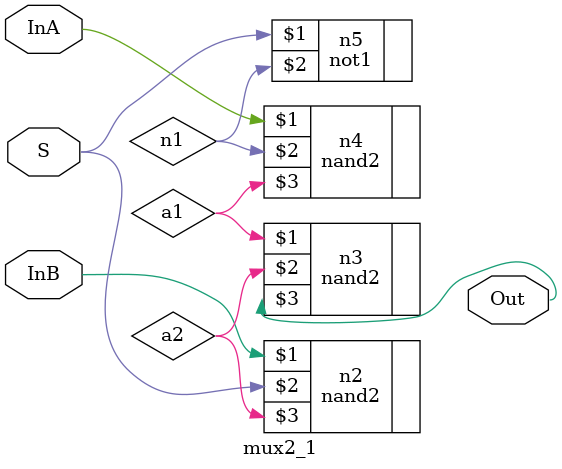
<source format=v>

module mux2_1(InA,InB,S,Out);
   // define inputs and outputs
   input InA,InB,S;
   output Out;
   
   // wires local to the module
   wire   a1,a2,n1;

   // logic starts
   not1 n5(S,n1);
   nand2 n4(InA,n1,a1);
   nand2 n2(InB,S,a2);
   nand2 n3(a1,a2,Out);
endmodule
// end of module

</source>
